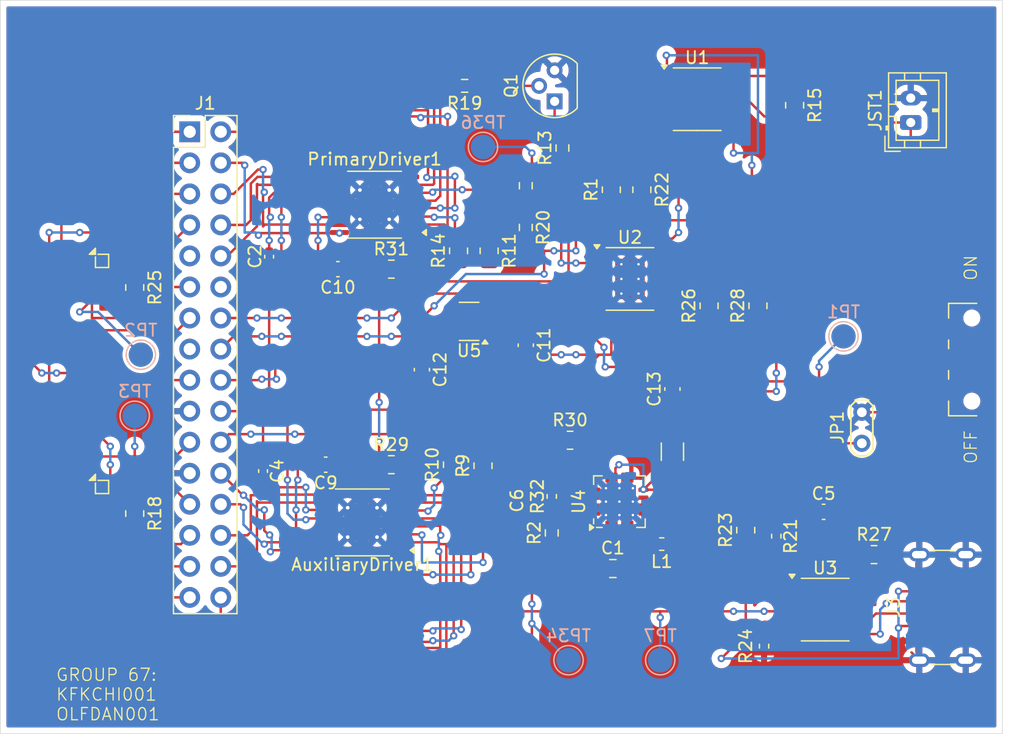
<source format=kicad_pcb>
(kicad_pcb (version 20241229) (generator "pcbnew") (generator_version "9.0")
  (layers (0 "F.Cu" signal) (2 "B.Cu" signal) (13 "F.Paste" user) (15 "B.Paste" user) (5 "F.SilkS" user "F.Silkscreen") (7 "B.SilkS" user "B.Silkscreen") (1 "F.Mask" user) (3 "B.Mask" user) (25 "Edge.Cuts" user))
  (net 0 "")
  (net 1 "MOTOR4_A_OUT")
  (net 2 "MOTOR4_CTRL2")
  (net 3 "MOTOR3_CTRL2")
  (net 4 "Net-(AuxiliaryDriver1-VCP)")
  (net 5 "5V")
  (net 6 "GND")
  (net 7 "MOTOR3_A_OUT")
  (net 8 "MOTOR3_CTRL1")
  (net 9 "Net-(AuxiliaryDriver1-BISEN)")
  (net 10 "Net-(AuxiliaryDriver1-~{SLEEP})")
  (net 11 "MOTOR4_B_OUT")
  (net 12 "MOTOR3_B_OUT")
  (net 13 "Net-(AuxiliaryDriver1-AISEN)")
  (net 14 "MOTOR4_CTRL1")
  (net 16 "Net-(AuxiliaryDriver1-VINT)")
  (net 17 "Net-(PrimaryDriver1-VCP)")
  (net 18 "Net-(U3-VBUS)")
  (net 19 "Net-(C13-Pad1)")
  (net 20 "VBAT_LOAD")
  (net 21 "Net-(PrimaryDriver1-VINT)")
  (net 22 "3V3")
  (net 23 "SWITCH")
  (net 25 "FAST_CHARGE_CTRL")
  (net 26 "MOTOR2_CTRL2")
  (net 27 "MOTOR1_CTRL2")
  (net 28 "EXT_LOAD2_OUT")
  (net 29 "MOTOR1_B_OUT")
  (net 30 "CTRL_EXT_LOAD1")
  (net 32 "MOTOR1_CTRL1")
  (net 33 "MOTOR2_CTRL1")
  (net 34 "EXT_LOAD1_OUT")
  (net 35 "MOTOR2_A_OUT")
  (net 36 "MOTOR2_B_OUT")
  (net 37 "CTRL_EXT_LOAD2")
  (net 39 "I2C1_SCL")
  (net 40 "MOTOR1_A_OUT")
  (net 41 "HV")
  (net 42 "I2C1_SDA")
  (net 43 "Net-(J3-VBUS-PadA9)")
  (net 44 "Net-(J3-CC2)")
  (net 45 "Net-(J3-CC1)")
  (net 46 "Net-(L1-Pad2)")
  (net 47 "Net-(PrimaryDriver1-~{SLEEP})")
  (net 49 "Net-(PrimaryDriver1-BISEN)")
  (net 50 "Net-(PrimaryDriver1-AISEN)")
  (net 51 "Net-(Q1-C)")
  (net 52 "Net-(Q1-B)")
  (net 53 "Net-(R2-Pad2)")
  (net 54 "Net-(U2-PROG)")
  (net 55 "Net-(R16-Pad2)")
  (net 56 "Net-(U3-VDD)")
  (net 57 "Net-(U3-DM)")
  (net 58 "Net-(U2-~{STDBY})")
  (net 59 "Net-(U3-PG)")
  (net 60 "Net-(U2-~{CHRG})")
  (net 61 "Net-(U4-FB)")
  (footprint "Capacitor_SMD:C_0402_1005Metric" (layer "F.Cu") (at 135.5 74.98 90)
    (property "Reference" "C2")
    (property "Value" "100n" (hide yes))
  )
  (footprint "Resistor_SMD:R_0805_2012Metric" (layer "F.Cu") (at 153.5 74.5 -90)
    (property "Reference" "R11")
    (property "Value" "0.2" (hide yes))
  )
  (footprint "Resistor_SMD:R_0402_1005Metric" (layer "F.Cu") (at 158.625 94.5975 90)
    (property "Reference" "R32")
    (property "Value" "1k" (hide yes))
  )
  (footprint "Resistor_SMD:R_0603_1608Metric_Pad0.98x0.95mm_HandSolder" (layer "F.Cu") (at 156.5 69.175 -90)
    (property "Reference" "R16" (hide yes))
    (property "Value" "3k" (hide yes))
  )
  (footprint "Package_SO:TSSOP-16-1EP_4.4x5mm_P0.65mm_EP3x3mm_ThermalVias" (layer "F.Cu") (at 143.125 96.725 180)
    (property "Reference" "AuxiliaryDriver1")
    (property "Value" "DRV8833PWP" (hide yes))
  )
  (footprint "Resistor_SMD:R_0402_1005Metric" (layer "F.Cu") (at 176 106.85 -90)
    (property "Reference" "R24")
    (property "Value" "1k")
  )
  (footprint "Package_TO_SOT_SMD:SOT-23-5" (layer "F.Cu") (at 151.8625 80.275 180)
    (property "Reference" "U5")
    (property "Value" "AP2112K-3.3" (hide yes))
  )
  (footprint "Resistor_SMD:R_0603_1608Metric_Pad0.98x0.95mm_HandSolder" (layer "F.Cu") (at 158.625 97.5875 90)
    (property "Reference" "R2")
    (property "Value" "30k" (hide yes))
  )
  (footprint "Package_SO:SOIC-8-1EP_3.9x4.9mm_P1.27mm_EP2.41x3.3mm_ThermalVias" (layer "F.Cu") (at 165.025 76.8)
    (property "Reference" "U2")
    (property "Value" "TP4056-42-ESOP8" (hide yes))
  )
  (footprint "Button_Switch_SMD:SW_SPDT_CK_JS102011SAQN" (layer "F.Cu") (at 193 83.4 90)
    (property "Reference" "ToggleSwitch1" (hide yes))
    (property "Value" "ON/OFF Switch" (hide yes))
  )
  (footprint "Package_TO_SOT_THT:TO-92" (layer "F.Cu") (at 158.86 62.27 90)
    (property "Reference" "Q1")
    (property "Value" "NPN" (hide yes))
  )
  (footprint "Resistor_SMD:R_0805_2012Metric" (layer "F.Cu") (at 150.5 92 90)
    (property "Reference" "R10")
    (property "Value" "0.2" (hide yes))
  )
  (footprint "Resistor_SMD:R_0805_2012Metric_Pad1.20x1.40mm_HandSolder" (layer "F.Cu") (at 166 69.5 -90)
    (property "Reference" "R22")
    (property "Value" "10k" (hide yes))
  )
  (footprint "Resistor_SMD:R_0603_1608Metric_Pad0.98x0.95mm_HandSolder" (layer "F.Cu") (at 156.5 72.5875 -90)
    (property "Reference" "R20")
    (property "Value" "3k" (hide yes))
  )
  (footprint "Resistor_SMD:R_0805_2012Metric_Pad1.20x1.40mm_HandSolder" (layer "F.Cu") (at 175.5 79 90)
    (property "Reference" "R28")
    (property "Value" "10k" (hide yes))
  )
  (footprint "Package_SO:SSOP-10-1EP_3.9x4.9mm_P1mm_EP2.1x3.3mm" (layer "F.Cu") (at 181 103.86)
    (property "Reference" "U3")
    (property "Value" "CH224K" (hide yes))
  )
  (footprint "Connector_USB:USB_C_Receptacle_GCT_USB4125-xx-x-0190_6P_TopMnt_Horizontal" (layer "F.Cu") (at 191.7 103.68 90)
    (property "Reference" "J3")
    (property "Value" "USB_C_Receptacle_PowerOnly_6P" (hide yes))
  )
  (footprint "Capacitor_SMD:C_1206_3216Metric_Pad1.33x1.80mm_HandSolder" (layer "F.Cu") (at 168.5 90.9375 90)
    (property "Reference" "C6")
    (property "Value" "10µF" (hide yes))
  )
  (footprint "Capacitor_SMD:C_0402_1005Metric" (layer "F.Cu") (at 135 92.52 -90)
    (property "Reference" "C4")
    (property "Value" "100n" (hide yes))
  )
  (footprint "Capacitor_SMD:C_0504_1310Metric_Pad0.83x1.28mm_HandSolder" (layer "F.Cu") (at 168.5 85.81 90)
    (property "Reference" "C13")
    (property "Value" "1μ" (hide yes))
  )
  (footprint "Resistor_SMD:R_0805_2012Metric_Pad1.20x1.40mm_HandSolder" (layer "F.Cu") (at 145.5 92)
    (property "Reference" "R29")
    (property "Value" "10k" (hide yes))
  )
  (footprint "Capacitor_SMD:C_0504_1310Metric_Pad0.83x1.28mm_HandSolder" (layer "F.Cu") (at 140.1275 92 180)
    (property "Reference" "C9")
    (property "Value" "1μ" (hide yes))
  )
  (footprint "Package_SO:SOIC-8-1EP_3.9x4.9mm_P1.27mm_EP2.29x3mm" (layer "F.Cu") (at 170.525 62.095)
    (property "Reference" "U1")
    (property "Value" "INA219BxD")
  )
  (footprint "Resistor_SMD:R_0603_1608Metric_Pad0.98x0.95mm_HandSolder" (layer "F.Cu") (at 159.5 66.0875 90)
    (property "Reference" "R13")
    (property "Value" "2k" (hide yes))
  )
  (footprint "Resistor_SMD:R_0805_2012Metric_Pad1.20x1.40mm_HandSolder" (layer "F.Cu") (at 185 99.36)
    (property "Reference" "R27")
    (property "Value" "10k" (hide yes))
  )
  (footprint "Capacitor_SMD:C_0504_1310Metric_Pad0.83x1.28mm_HandSolder" (layer "F.Cu") (at 141.1275 76 180)
    (property "Reference" "C10")
    (property "Value" "1μ" (hide yes))
  )
  (footprint "Connector_JST:JST_PH_B2B-PH-K_1x02_P2.00mm_Vertical" (layer "F.Cu") (at 188 64 90)
    (property "Reference" "JST1")
    (property "Value" "BatteryPins" (hide yes))
  )
  (footprint "Inductor_SMD:L_0603_1608Metric_Pad1.05x0.95mm_HandSolder" (layer "F.Cu") (at 167.625 98.5 180)
    (property "Reference" "L1")
    (property "Value" "4.7µH" (hide yes))
  )
  (footprint "Package_DFN_QFN:Texas_RSA_VQFN-16-1EP_4x4mm_P0.65mm_EP2.7x2.7mm_ThermalVias" (layer "F.Cu") (at 164.1625 95.025 90)
    (property "Reference" "U4")
    (property "Value" "TPS61090" (hide yes))
  )
  (footprint "Capacitor_SMD:C_0504_1310Metric_Pad0.83x1.28mm_HandSolder" (layer "F.Cu") (at 180.8725 95.86)
    (property "Reference" "C5")
    (property "Value" "1μ")
  )
  (footprint "Capacitor_SMD:C_0504_1310Metric_Pad0.83x1.28mm_HandSolder" (layer "F.Cu") (at 156.5 82.225 -90)
    (property "Reference" "C11")
    (property "Value" "1μ")
  )
  (footprint "Resistor_SMD:R_0805_2012Metric_Pad1.20x1.40mm_HandSolder" (layer "F.Cu") (at 124.5 77.5 -90)
    (property "Reference" "R25")
    (property "Value" "10k" (hide yes))
  )
  (footprint "TestPoint:TestPoint_2Pads_Pitch2.54mm_Drill0.8mm" (layer "F.Cu") (at 184 90.25 90)
    (property "Reference" "JP1")
    (property "Value" "Jumper_2_Open" (hide yes))
  )
  (footprint "Package_CSP:WLCSP-4_0.64x0.64mm_Layout2x2_P0.35mm" (layer "F.Cu") (at 121.825 75.325)
    (property "Reference" "LoadSwitch2" (hide yes))
    (property "Value" "AP22913CN4" (hide yes))
  )
  (footprint "Resistor_SMD:R_0603_1608Metric_Pad0.98x0.95mm_HandSolder" (layer "F.Cu") (at 151.5 61 180)
    (property "Reference" "R19")
    (property "Value" "680" (hide yes))
  )
  (footprint "Resistor_SMD:R_0805_2012Metric_Pad1.20x1.40mm_HandSolder" (layer "F.Cu") (at 174.5 97.36 90)
    (property "Reference" "R23")
    (property "Value" "10k" (hide yes))
  )
  (footprint "Resistor_SMD:R_0805_2012Metric" (layer "F.Cu") (at 153 92.0875 90)
    (property "Reference" "R9")
    (property "Value" "0.2")
  )
  (footprint "Package_SO:TSSOP-16-1EP_4.4x5mm_P0.65mm_EP3x3mm_ThermalVias" (layer "F.Cu") (at 144.125 70.725 180)
    (property "Reference" "PrimaryDriver1")
    (property "Value" "DRV8833PWP" (hide yes))
  )
  (footprint "Resistor_SMD:R_0805_2012Metric_Pad1.20x1.40mm_HandSolder" (layer "F.Cu") (at 124.5 96 -90)
    (property "Reference" "R18")
    (property "Value" "10k" (hide yes))
  )
  (footprint "Resistor_SMD:R_0805_2012Metric" (layer "F.Cu") (at 151 74.5 90)
    (property "Reference" "R14")
    (property "Value" "0.2" (hide yes))
  )
  (footprint "Connector_PinHeader_2.54mm:PinHeader_2x16_P2.54mm_Vertical" (layer "F.Cu") (at 129 64.76)
    (property "Reference" "J1")
    (property "Value" "MotherboardConnectors" (hide yes))
  )
  (footprint "Resistor_SMD:R_0805_2012Metric_Pad1.20x1.40mm_HandSolder" (layer "F.Cu") (at 163.5 69.5 90)
    (property "Reference" "R1")
    (property "Value" "10k")
  )
  (footprint "Resistor_SMD:R_0805_2012Metric_Pad1.20x1.40mm_HandSolder" (layer "F.Cu") (at 145.5 76)
    (property "Reference" "R31")
    (property "Value" "10k" (hide yes))
  )
  (footprint "Package_CSP:WLCSP-4_0.64x0.64mm_Layout2x2_P0.35mm" (layer "F.Cu") (at 121.825 93.825)
    (property "Reference" "LoadSwitch1" (hide yes))
    (property "Value" "AP22913CN4" (hide yes))
  )
  (footprint "Resistor_SMD:R_0805_2012Metric_Pad1.20x1.40mm_HandSolder" (layer "F.Cu") (at 171.5 79 90)
    (property "Reference" "R26")
    (property "Value" "10k" (hide yes))
  )
  (footprint "Capacitor_SMD:C_0805_2012Metric_Pad1.18x1.45mm_HandSolder" (layer "F.Cu") (at 163.625 100.5)
    (property "Reference" "C1")
    (property "Value" "22µF" (hide yes))
  )
  (footprint "Capacitor_SMD:C_0504_1310Metric_Pad0.83x1.28mm_HandSolder" (layer "F.Cu") (at 148 84.225 -90)
    (property "Reference" "C12")
    (property "Value" "1μ")
  )
  (footprint "Resistor_SMD:R_0805_2012Metric_Pad1.20x1.40mm_HandSolder" (layer "F.Cu") (at 160.125 90)
    (property "Reference" "R30")
    (property "Value" "10k" (hide yes))
  )
  (footprint "Resistor_SMD:R_0402_1005Metric" (layer "F.Cu") (at 177 97.85 -90)
    (property "Reference" "R21")
    (property "Value" "1k" (hide yes))
  )
  (footprint "Resistor_SMD:R_0805_2012Metric" (layer "F.Cu") (at 178.5 62.5875 -90)
    (property "Reference" "R15")
    (property "Value" "0.2" (hide yes))
  )
  (footprint "TestPoint:TestPoint_Pad_D2.0mm" (layer "B.Cu") (at 153 66 180)
    (property "Reference" "TP36")
    (property "Value" "TP_CHARGE")
  )
  (footprint "TestPoint:TestPoint_Pad_D2.0mm" (layer "B.Cu") (at 160 108 180)
    (property "Reference" "TP34")
    (property "Value" "TP_5V_OUT")
  )
  (footprint "TestPoint:TestPoint_Pad_D2.0mm" (layer "B.Cu") (at 124.5 88 180)
    (property "Reference" "TP3")
    (property "Value" "TP_LOAD1")
  )
  (footprint "TestPoint:TestPoint_Pad_D2.0mm" (layer "B.Cu") (at 167.5 108 180)
    (property "Reference" "TP7")
    (property "Value" "TP_9V")
  )
  (footprint "TestPoint:TestPoint_Pad_D2.0mm" (layer "B.Cu") (at 125 83 180)
    (property "Reference" "TP2")
    (property "Value" "TP_LOAD2")
  )
  (footprint "TestPoint:TestPoint_Pad_D2.0mm" (layer "B.Cu") (at 182.5 81.5 180)
    (property "Reference" "TP1")
    (property "Value" "TP_SWITCH")
  )
  (gr_rect (start 113.5 54) (end 195.5 114) (stroke (width 0.05)) (fill no) (layer "Edge.Cuts"))
  (gr_text "GROUP 67:\nKFKCHI001\nOLFDAN001\n" (at 118 113 0) (layer "F.SilkS") (effects (font (size 1 1) (thickness 0.1)) (justify left bottom)))
  (gr_text "ON\n" (at 193.5 77 90) (layer "F.SilkS") (effects (font (size 1 1) (thickness 0.1)) (justify left bottom)))
  (gr_text "OFF" (at 193.5 92 90) (layer "F.SilkS") (effects (font (size 1 1) (thickness 0.1)) (justify left bottom)))
  (segment (start 134.5 60) (end 126 60) (width 0.2) (layer "F.Cu") (net 1))
  (segment (start 148.9 69.1) (end 149 69) (width 0.2) (layer "F.Cu") (net 1))
  (segment (start 149 69) (end 149 62.5) (width 0.2) (layer "F.Cu") (net 1))
  (segment (start 149 62.5) (end 134.5 62.5) (width 0.2) (layer "F.Cu") (net 1))
  (segment (start 147 69.1) (end 148.9 69.1) (width 0.2) (layer "F.Cu") (net 1))
  (segment (start 126.3 67.3) (end 129 67.3) (width 0.2) (layer "F.Cu") (net 1))
  (segment (start 134.5 62.5) (end 134.5 60) (width 0.2) (layer "F.Cu") (net 1))
  (segment (start 126 67) (end 126.3 67.3) (width 0.2) (layer "F.Cu") (net 1))
  (segment (start 126 60) (end 126 67) (width 0.2) (layer "F.Cu") (net 1))
  (segment (start 134.5 72.5) (end 134.5 69.0671) (width 0.2) (layer "F.Cu") (net 2))
  (segment (start 134.53355 69.03355) (end 134.6 69.1) (width 0.2) (layer "F.Cu") (net 2))
  (segment (start 132.08 74.92) (end 134.5 72.5) (width 0.2) (layer "F.Cu") (net 2))
  (segment (start 134.5 69.0671) (end 134.53355 69.03355) (width 0.2) (layer "F.Cu") (net 2))
  (segment (start 131.54 74.92) (end 132.08 74.92) (width 0.2) (layer "F.Cu") (net 2))
  (segment (start 134.6 69.1) (end 141.25 69.1) (width 0.2) (layer "F.Cu") (net 2))
  (segment (start 133.14 95.24) (end 133.4 95.5) (width 0.2) (layer "F.Cu") (net 3))
  (segment (start 131.54 95.24) (end 133.14 95.24) (width 0.2) (layer "F.Cu") (net 3))
  (segment (start 135.25 98.35) (end 140.25 98.35) (width 0.2) (layer "F.Cu") (net 3))
  (segment (start 135.1 98.5) (end 135.25 98.35) (width 0.2) (layer "F.Cu") (net 3))
  (via (at 135.1 98.5) (size 0.6) (drill 0.3) (layers "F.Cu" "B.Cu") (net 3))
  (via (at 133.4 95.5) (size 0.6) (drill 0.3) (layers "F.Cu" "B.Cu") (net 3))
  (segment (start 133.4 96.9) (end 135 98.5) (width 0.2) (layer "B.Cu") (net 3))
  (segment (start 135 98.5) (end 135.1 98.5) (width 0.2) (layer "B.Cu") (net 3))
  (segment (start 133.4 95.5) (end 133.4 96.9) (width 0.2) (layer "B.Cu") (net 3))
  (segment (start 135.85 93.85) (end 138.5 93.85) (width 0.2) (layer "F.Cu") (net 4))
  (segment (start 135 93) (end 135.85 93.85) (width 0.2) (layer "F.Cu") (net 4))
  (segment (start 140.2 95.7) (end 140.25 95.75) (width 0.2) (layer "F.Cu") (net 4))
  (segment (start 138.5 95.7) (end 140.2 95.7) (width 0.2) (layer "F.Cu") (net 4))
  (via (at 138.5 93.85) (size 0.6) (drill 0.3) (layers "F.Cu" "B.Cu") (net 4))
  (via (at 138.5 95.7) (size 0.6) (drill 0.3) (layers "F.Cu" "B.Cu") (net 4))
  (segment (start 138.5 93.85) (end 138.5 95.7) (width 0.2) (layer "B.Cu") (net 4))
  (segment (start 136.5 73.65) (end 136.5 76.5) (width 0.2) (layer "F.Cu") (net 5))
  (segment (start 154.5 79.325) (end 153 79.325) (width 0.2) (layer "F.Cu") (net 5))
  (segment (start 157 109) (end 156.5 109.5) (width 0.2) (layer "F.Cu") (net 5))
  (segment (start 122.5 92) (end 122.5 93.15) (width 0.2) (layer "F.Cu") (net 5))
  (segment (start 122.056 73.556) (end 122.056 75.094) (width 0.2) (layer "F.Cu") (net 5))
  (segment (start 136.6 70.4) (end 136.5 70.5) (width 0.2) (layer "F.Cu") (net 5))
  (segment (start 171.5 81.5) (end 163.5 81.5) (width 0.2) (layer "F.Cu") (net 5))
  (segment (start 136.5 87.5) (end 135.5 87.5) (width 0.2) (layer "F.Cu") (net 5))
  (segment (start 118.5 109.5) (end 118 109) (width 0.2) (layer "F.Cu") (net 5))
  (segment (start 140.25 96.4) (end 138.6 96.4) (width 0.2) (layer "F.Cu") (net 5))
  (segment (start 154.5 79.325) (end 154.5 82.725) (width 0.2) (layer "F.Cu") (net 5))
  (segment (start 162.2 96) (end 160.625 96) (width 0.2) (layer "F.Cu") (net 5))
  (segment (start 163.125 98.5) (end 163.125 97.05) (width 0.2) (layer "F.Cu") (net 5))
  (segment (start 157 102) (end 156.5 102) (width 0.2) (layer "F.Cu") (net 5))
  (segment (start 158.3525 82.8525) (end 156.5 82.8525) (width 0.2) (layer "F.Cu") (net 5))
  (segment (start 175.5 80) (end 175.5 82.5) (width 0.2) (layer "F.Cu") (net 5))
  (segment (start 135 88) (end 135.5 87.5) (width 0.2) (layer "F.Cu") (net 5))
  (segment (start 141.25 70.4) (end 136.6 70.4) (width 0.2) (layer "F.Cu") (net 5))
  (segment (start 134.5 87.62) (end 131.54 87.62) (width 0.2) (layer "F.Cu") (net 5))
  (segment (start 157 105) (end 157 109) (width 0.2) (layer "F.Cu") (net 5))
  (segment (start 160.625 98.5) (end 163.125 98.5) (width 0.2) (layer "F.Cu") (net 5))
  (segment (start 136.5 70.5) (end 136.5 71.75) (width 0.2) (layer "F.Cu") (net 5))
  (segment (start 158.625 98.5) (end 160.625 98.5) (width 0.2) (layer "F.Cu") (net 5))
  (segment (start 157.125 102) (end 157 102) (width 0.2) (layer "F.Cu") (net 5))
  (segment (start 162.5 83) (end 160.5 83) (width 0.2) (layer "F.Cu") (net 5))
  (segment (start 158 87.5) (end 162.5 83) (width 0.2) (layer "F.Cu") (net 5))
  (segment (start 163.5 81.5) (end 163.5 83) (width 0.2) (layer "F.Cu") (net 5))
  (segment (start 175.5 82.5) (end 175 83) (width 0.2) (layer "F.Cu") (net 5))
  (segment (start 156.5 102) (end 156.5 87.5) (width 0.2) (layer "F.Cu") (net 5))
  (segment (start 135.5 87.5) (end 135.38 87.62) (width 0.2) (layer "F.Cu") (net 5))
  (segment (start 163.125 97.05) (end 163.1875 96.9875) (width 0.2) (layer "F.Cu") (net 5))
  (segment (start 163.5 79.655) (end 163.5 81.5) (width 0.2) (layer "F.Cu") (net 5))
  (segment (start 118 109) (end 117.5 108.5) (width 0.2) (layer "F.Cu") (net 5))
  (segment (start 158.5 83) (end 158.3525 82.8525) (width 0.2) (layer "F.Cu") (net 5))
  (segment (start 162.55 78.705) (end 163.5 79.655) (width 0.2) (layer "F.Cu") (net 5))
  (segment (start 137 93.25) (end 137 88) (width 0.2) (layer "F.Cu") (net 5))
  (segment (start 117.5 89.5) (end 117.5 73) (width 0.2) (layer "F.Cu") (net 5))
  (segment (start 162.5875 100.5) (end 160.625 100.5) (width 0.2) (layer "F.Cu") (net 5))
  (segment (start 156.5 87.5) (end 136.5 87.5) (width 0.2) (layer "F.Cu") (net 5))
  (segment (start 122 73.5) (end 122.056 73.556) (width 0.2) (layer "F.Cu") (net 5))
  (segment (start 135.5 75.46) (end 135.5 76.5) (width 0.2) (layer "F.Cu") (net 5))
  (segment (start 175 83) (end 163.5 83) (width 0.2) (layer "F.Cu") (net 5))
  (segment (start 156.5 87.5) (end 158 87.5) (width 0.2) (layer "F.Cu") (net 5))
  (segment (start 136.5 76.5) (end 135.5 76.5) (width 0.2) (layer "F.Cu") (net 5))
  (segment (start 137 88) (end 136.5 87.5) (width 0.2) (layer "F.Cu") (net 5))
  (segment (start 162.2 95.35) (end 160.775 95.35) (width 0.2) (layer "F.Cu") (net 5))
  (segment (start 156.5 109.5) (end 118.5 109.5) (width 0.2) (layer "F.Cu") (net 5))
  (segment (start 135 92.04) (end 135 88) (width 0.2) (layer "F.Cu") (net 5))
  (segment (start 121.5 89.5) (end 122.5 90.5) (width 0.2) (layer "F.Cu") (net 5))
  (segment (start 171.5 80) (end 171.5 81.5) (width 0.2) (layer "F.Cu") (net 5))
  (segment (start 154.5 82.725) (end 154.6275 82.8525) (width 0.2) (layer "F.Cu") (net 5))
  (segment (start 117.5 89.5) (end 121.5 89.5) (width 0.2) (layer "F.Cu") (net 5))
  (segment (start 153 81.225) (end 154.5 82.725) (width 0.2) (layer "F.Cu") (net 5))
  (segment (start 160.625 96) (end 160.625 98.5) (width 0.2) (layer "F.Cu") (net 5))
  (segment (start 122.5 93.15) (end 122.056 93.594) (width 0.2) (layer "F.Cu") (net 5))
  (segment (start 122 73) (end 122 73.5) (width 0.2) (layer "F.Cu") (net 5))
  (segment (start 159.4 83) (end 158.5 83) (width 0.2) (layer "F.Cu") (net 5))
  (segment (start 163.5 83) (end 162.5 83) (width 0.2) (layer "F.Cu") (net 5))
  (segment (start 135.38 87.62) (end 134.5 87.62) (width 0.2) (layer "F.Cu") (net 5))
  (segment (start 154.6275 82.8525) (end 156.5 82.8525) (width 0.2) (layer "F.Cu") (net 5))
  (segment (start 120 73) (end 122 73) (width 0.2) (layer "F.Cu") (net 5))
  (segment (start 160.625 98.5) (end 157.125 102) (width 0.2) (layer "F.Cu") (net 5))
  (segment (start 117.5 108.5) (end 117.5 89.5) (width 0.2) (layer "F.Cu") (net 5))
  (segment (start 160.625 100.5) (end 160.625 98.5) (width 0.2) (layer "F.Cu") (net 5))
  (segment (start 135.5 76.5) (end 135.5 87.5) (width 0.2) (layer "F.Cu") (net 5))
  (segment (start 138.6 96.4) (end 138.5 96.5) (width 0.2) (layer "F.Cu") (net 5))
  (segment (start 160.5 83) (end 160.6 83) (width 0.2) (layer "F.Cu") (net 5))
  (segment (start 160.625 95.5) (end 160.625 96) (width 0.2) (layer "F.Cu") (net 5))
  (segment (start 160.775 95.35) (end 160.625 95.5) (width 0.2) (layer "F.Cu") (net 5))
  (segment (start 157 102) (end 157 103.4) (width 0.2) (layer "F.Cu") (net 5))
  (via (at 137 93.25) (size 0.6) (drill 0.3) (layers "F.Cu" "B.Cu") (net 5))
  (via (at 122.5 92) (size 0.6) (drill 0.3) (layers "F.Cu" "B.Cu") (net 5))
  (via (at 136.5 73.65) (size 0.6) (drill 0.3) (layers "F.Cu" "B.Cu") (net 5))
  (via (at 136.5 71.75) (size 0.6) (drill 0.3) (layers "F.Cu" "B.Cu") (net 5))
  (via (at 120 73) (size 0.6) (drill 0.3) (layers "F.Cu" "B.Cu") (net 5))
  (via (at 157 105) (size 0.6) (drill 0.3) (layers "F.Cu" "B.Cu") (net 5))
  (via (at 122.5 90.5) (size 0.6) (drill 0.3) (layers "F.Cu" "B.Cu") (net 5))
  (via (at 159.4 83) (size 0.6) (drill 0.3) (layers "F.Cu" "B.Cu") (net 5))
  (via (at 138.5 96.5) (size 0.6) (drill 0.3) (layers "F.Cu" "B.Cu") (net 5))
  (via (at 157 103.4) (size 0.6) (drill 0.3) (layers "F.Cu" "B.Cu") (net 5))
  (via (at 117.5 73) (size 0.6) (drill 0.3) (layers "F.Cu" "B.Cu") (net 5))
  (via (at 160.6 83) (size 0.6) (drill 0.3) (layers "F.Cu" "B.Cu") (net 5))
  (segment (start 137.5 96.5) (end 137 96) (width 0.2) (layer "B.Cu") (net 5))
  (segment (start 160 108) (end 157 105) (width 0.2) (layer "B.Cu") (net 5))
  (segment (start 157 103.4) (end 157 105) (width 0.2) (layer "B.Cu") (net 5))
  (segment (start 122.5 90.5) (end 122.5 92) (width 0.2) (layer "B.Cu") (net 5))
  (segment (start 160.6 83) (end 159.4 83) (width 0.2) (layer "B.Cu") (net 5))
  (segment (start 137 96) (end 137 93.25) (width 0.2) (layer "B.Cu") (net 5))
  (segment (start 136.5 71.75) (end 136.5 73.65) (width 0.2) (layer "B.Cu") (net 5))
  (segment (start 117.5 73) (end 120 73) (width 0.2) (layer "B.Cu") (net 5))
  (segment (start 138.5 96.5) (end 137.5 96.5) (width 0.2) (layer "B.Cu") (net 5))
  (segment (start 161.125 94) (end 162.15 94) (width 0.2) (layer "F.Cu") (net 6))
  (segment (start 190 88) (end 190.25 87.75) (width 0.2) (layer "F.Cu") (net 6))
  (segment (start 143.8 71.05) (end 144.125 70.725) (width 0.2) (layer "F.Cu") (net 6))
  (segment (start 189.71 87.71) (end 190 88) (width 0.2) (layer "F.Cu") (net 6))
  (segment (start 188.06 107.36) (end 188.7 108) (width 0.2) (layer "F.Cu") (net 6))
  (segment (start 124.5 78.5) (end 121.5 78.5) (width 0.2) (layer "F.Cu") (net 6))
  (segment (start 121.5 94.15) (end 121.594 94.056) (width 0.2) (layer "F.Cu") (net 6))
  (segment (start 121.5 97) (end 121.5 94.15) (width 0.2) (layer "F.Cu") (net 6))
  (segment (start 181.5 103.36) (end 181 103.86) (width 0.2) (layer "F.Cu") (net 6))
  (segment (start 121.5 78.5) (end 121.5 75.65) (width 0.2) (layer "F.Cu") (net 6))
  (segment (start 161.125 90.5) (end 161.125 94) (width 0.2) (layer "F.Cu") (net 6))
  (segment (start 168.5 98.375) (end 166.125 96) (width 0.2) (layer "F.Cu") (net 6))
  (segment (start 190.25 87.75) (end 190.25 85.9) (width 0.2) (layer "F.Cu") (net 6))
  (segment (start 124.5 97) (end 121.5 97) (width 0.2) (layer "F.Cu") (net 6))
  (segment (start 142.8 97.05) (end 143.125 96.725) (width 0.2) (layer "F.Cu") (net 6))
  (segment (start 184 87.71) (end 189.71 87.71) (width 0.2) (layer "F.Cu") (net 6))
  (segment (start 162.15 94) (end 162.2 94.05) (width 0.2) (layer "F.Cu") (net 6))
  (segment (start 121.5 75.65) (end 121.594 75.556) (width 0.2) (layer "F.Cu") (net 6))
  (segment (start 149.35 98.35) (end 146 98.35) (width 0.2) (layer "F.Cu") (net 7))
  (segment (start 128.28 98.5) (end 124.5 98.5) (width 0.2) (layer "F.Cu") (net 7))
  (segment (start 149.5 98.5) (end 149.35 98.35) (width 0.2) (layer "F.Cu") (net 7))
  (segment (start 129 97.78) (end 128.28 98.5) (width 0.2) (layer "F.Cu") (net 7))
  (segment (start 150 107.5) (end 150 98.5) (width 0.2) (layer "F.Cu") (net 7))
  (segment (start 124.5 98.5) (end 124.5 107.5) (width 0.2) (layer "F.Cu") (net 7))
  (segment (start 124.5 107.5) (end 150 107.5) (width 0.2) (layer "F.Cu") (net 7))
  (segment (start 150 98.5) (end 149.5 98.5) (width 0.2) (layer "F.Cu") (net 7))
  (segment (start 135.462712 97.75) (end 135.537288 97.75) (width 0.2) (layer "F.Cu") (net 8))
  (segment (start 135.1 95.7) (end 135.1 97.387288) (width 0.2) (layer "F.Cu") (net 8))
  (segment (start 135.599758 99.124697) (end 135.724455 99) (width 0.2) (layer "F.Cu") (net 8))
  (segment (start 135.1 97.387288) (end 135.462712 97.75) (width 0.2) (layer "F.Cu") (net 8))
  (segment (start 135.724455 99) (end 140.25 99) (width 0.2) (layer "F.Cu") (net 8))
  (segment (start 131.54 92.7) (end 133.34 94.5) (width 0.2) (layer "F.Cu") (net 8))
  (segment (start 133.34 94.5) (end 133.4 94.5) (width 0.2) (layer "F.Cu") (net 8))
  (via (at 135.599758 99.124697) (size 0.6) (drill 0.3) (layers "F.Cu" "B.Cu") (net 8))
  (via (at 135.537288 97.75) (size 0.6) (drill 0.3) (layers "F.Cu" "B.Cu") (net 8))
  (via (at 135.1 95.7) (size 0.6) (drill 0.3) (layers "F.Cu" "B.Cu") (net 8))
  (via (at 133.4 94.5) (size 0.6) (drill 0.3) (layers "F.Cu" "B.Cu") (net 8))
  (segment (start 135.701 99.023455) (end 135.599758 99.124697) (width 0.2) (layer "B.Cu") (net 8))
  (segment (start 133.4 94.5) (end 134.6 95.7) (width 0.2) (layer "B.Cu") (net 8))
  (segment (start 135.701 97.913712) (end 135.701 99.023455) (width 0.2) (layer "B.Cu") (net 8))
  (segment (start 134.6 95.7) (end 135.1 95.7) (width 0.2) (layer "B.Cu") (net 8))
  (segment (start 135.537288 97.75) (end 135.701 97.913712) (width 0.2) (layer "B.Cu") (net 8))
  (segment (start 148.45 95.75) (end 146 95.75) (width 0.2) (layer "F.Cu") (net 9))
  (segment (start 150.5 92.9125) (end 149.9875 92.9125) (width 0.2) (layer "F.Cu") (net 9))
  (segment (start 149.9875 92.9125) (end 149 93.9) (width 0.2) (layer "F.Cu") (net 9))
  (segment (start 148.5 95.8) (end 148.45 95.75) (width 0.2) (layer "F.Cu") (net 9))
  (via (at 149 93.9) (size 0.6) (drill 0.3) (layers "F.Cu" "B.Cu") (net 9))
  (via (at 148.5 95.8) (size 0.6) (drill 0.3) (layers "F.Cu" "B.Cu") (net 9))
  (segment (start 149 93.9) (end 149 95.3) (width 0.2) (layer "B.Cu") (net 9))
  (segment (start 149 95.3) (end 148.5 95.8) (width 0.2) (layer "B.Cu") (net 9))
  (segment (start 146 99) (end 146 101) (width 0.2) (layer "F.Cu") (net 10))
  (segment (start 152 95.4329) (end 152 101) (width 0.2) (layer "F.Cu") (net 10))
  (segment (start 146.5 93) (end 148 94.5) (width 0.2) (layer "F.Cu") (net 10))
  (segment (start 146 101) (end 148.9 101) (width 0.2) (layer "F.Cu") (net 10))
  (segment (start 146.5 92) (end 146.5 93) (width 0.2) (layer "F.Cu") (net 10))
  (segment (start 148 94.5) (end 151.0671 94.5) (width 0.2) (layer "F.Cu") (net 10))
  (segment (start 151.0671 94.5) (end 152 95.4329) (width 0.2) (layer "F.Cu") (net 10))
  (via (at 152 101) (size 0.6) (drill 0.3) (layers "F.Cu" "B.Cu") (net 10))
  (via (at 148.9 101) (size 0.6) (drill 0.3) (layers "F.Cu" "B.Cu") (net 10))
  (segment (start 152 101) (end 148.9 101) (width 0.2) (layer "B.Cu") (net 10))
  (segment (start 149.5 70) (end 149.5 62) (width 0.2) (layer "F.Cu") (net 11))
  (segment (start 149.5 62) (end 135 62) (width 0.2) (layer "F.Cu") (net 11))
  (segment (start 135 59.5) (end 125.5 59.5) (width 0.2) (layer "F.Cu") (net 11))
  (segment (start 125.5 69.5) (end 125.84 69.84) (width 0.2) (layer "F.Cu") (net 11))
  (segment (start 125.84 69.84) (end 129 69.84) (width 0.2) (layer "F.Cu") (net 11))
  (segment (start 147 70.4) (end 149.1 70.4) (width 0.2) (layer "F.Cu") (net 11))
  (segment (start 149.1 70.4) (end 149.5 70) (width 0.2) (layer "F.Cu") (net 11))
  (segment (start 135 62) (end 135 59.5) (width 0.2) (layer "F.Cu") (net 11))
  (segment (start 125.5 59.5) (end 125.5 69.5) (width 0.2) (layer "F.Cu") (net 11))
  (segment (start 149.5 97) (end 149 97) (width 0.2) (layer "F.Cu") (net 12))
  (segment (start 149.5 99.206019) (end 149.38233 99.088349) (width 0.2) (layer "F.Cu") (net 12))
  (segment (start 149.5 97.741053) (end 149.5 97) (width 0.2) (layer "F.Cu") (net 12))
  (segment (start 129 100.32) (end 125.18 100.32) (width 0.2) (layer "F.Cu") (net 12))
  (segment (start 148.95 97.05) (end 146 97.05) (width 0.2) (layer "F.Cu") (net 12))
  (segment (start 149 97) (end 148.95 97.05) (width 0.2) (layer "F.Cu") (net 12))
  (segment (start 125 100.5) (end 125 107) (width 0.2) (layer "F.Cu") (net 12))
  (segment (start 149.5 107) (end 149.5 99.206019) (width 0.2) (layer "F.Cu") (net 12))
  (segment (start 125 107) (end 149.5 107) (width 0.2) (layer "F.Cu") (net 12))
  (segment (start 149.539737 97.78079) (end 149.5 97.741053) (width 0.2) (layer "F.Cu") (net 12))
  (segment (start 125.18 100.32) (end 125 100.5) (width 0.2) (layer "F.Cu") (net 12))
  (via (at 149.539737 97.78079) (size 0.6) (drill 0.3) (layers "F.Cu" "B.Cu") (net 12))
  (via (at 149.38233 99.088349) (size 0.6) (drill 0.3) (layers "F.Cu" "B.Cu") (net 12))
  (segment (start 149.38233 97.938197) (end 149.539737 97.78079) (width 0.2) (layer "B.Cu") (net 12))
  (segment (start 149.38233 99.088349) (end 149.38233 97.938197) (width 0.2) (layer "B.Cu") (net 12))
  (segment (start 153 93) (end 153 100) (width 0.2) (layer "F.Cu") (net 13))
  (segment (start 147.95 97.7) (end 146 97.7) (width 0.2) (layer "F.Cu") (net 13))
  (segment (start 148 97.75) (end 147.95 97.7) (width 0.2) (layer "F.Cu") (net 13))
  (via (at 148 97.75) (size 0.6) (drill 0.3) (layers "F.Cu" "B.Cu") (net 13))
  (via (at 153 100) (size 0.6) (drill 0.3) (layers "F.Cu" "B.Cu") (net 13))
  (segment (start 153 100) (end 148 100) (width 0.2) (layer "B.Cu") (net 13))
  (segment (start 148 100) (end 148 97.75) (width 0.2) (layer "B.Cu") (net 13))
  (segment (start 134 72) (end 134 69) (width 0.2) (layer "F.Cu") (net 14))
  (segment (start 133.62 72.38) (end 134 72) (width 0.2) (layer "F.Cu") (net 14))
  (segment (start 134.55 68.45) (end 141.25 68.45) (width 0.2) (layer "F.Cu") (net 14))
  (segment (start 131.54 72.38) (end 133.62 72.38) (width 0.2) (layer "F.Cu") (net 14))
  (segment (start 134 69) (end 134.55 68.45) (width 0.2) (layer "F.Cu") (net 14))
  (segment (start 140.25 97.7) (end 138.2 97.7) (width 0.2) (layer "F.Cu") (net 16))
  (segment (start 137.844612 93.25) (end 137.844612 92.155388) (width 0.2) (layer "F.Cu") (net 16))
  (segment (start 137.699997 97.199997) (end 137.699997 95.7) (width 0.2) (layer "F.Cu") (net 16))
  (segment (start 138.2 97.7) (end 138 97.5) (width 0.2) (layer "F.Cu") (net 16))
  (segment (start 137.844612 92.155388) (end 138 92) (width 0.2) (layer "F.Cu") (net 16))
  (segment (start 138 92) (end 139.5 92) (width 0.2) (layer "F.Cu") (net 16))
  (segment (start 138 97.5) (end 137.699997 97.199997) (width 0.2) (layer "F.Cu") (net 16))
  (via (at 137.699997 95.7) (size 0.6) (drill 0.3) (layers "F.Cu" "B.Cu") (net 16))
  (via (at 137.844612 93.25) (size 0.6) (drill 0.3) (layers "F.Cu" "B.Cu") (net 16))
  (segment (start 137.699997 95.7) (end 137.699997 93.300003) (width 0.2) (layer "B.Cu") (net 16))
  (segment (start 137.699997 93.300003) (end 137.75 93.25) (width 0.2) (layer "B.Cu") (net 16))
  (segment (start 137.75 93.25) (end 137.844612 93.25) (width 0.2) (layer "B.Cu") (net 16))
  (segment (start 135.6 71.75) (end 135.5 71.65) (width 0.2) (layer "F.Cu") (net 17))
  (segment (start 135.5 70.149943) (end 135.899943 69.75) (width 0.2) (layer "F.Cu") (net 17))
  (segment (start 135.899943 69.75) (end 141.25 69.75) (width 0.2) (layer "F.Cu") (net 17))
  (segment (start 135.5 74.5) (end 135.5 73.65) (width 0.2) (layer "F.Cu") (net 17))
  (segment (start 135.5 71.65) (end 135.5 70.149943) (width 0.2) (layer "F.Cu") (net 17))
  (via (at 135.6 71.75) (size 0.6) (drill 0.3) (layers "F.Cu" "B.Cu") (net 17))
  (via (at 135.5 73.65) (size 0.6) (drill 0.3) (layers "F.Cu" "B.Cu") (net 17))
  (segment (start 135.5 71.85) (end 135.6 71.75) (width 0.2) (layer "B.Cu") (net 17))
  (segment (start 135.5 73.65) (end 135.5 71.85) (width 0.2) (layer "B.Cu") (net 17))
  (segment (start 179.745 96.36) (end 180.245 95.86) (width 0.2) (layer "F.Cu") (net 18))
  (segment (start 174.5 96.36) (end 177 96.36) (width 0.2) (layer "F.Cu") (net 18))
  (segment (start 177 96.36) (end 179.745 96.36) (width 0.2) (layer "F.Cu") (net 18))
  (segment (start 177 97.34) (end 177 96.36) (width 0.2) (layer "F.Cu") (net 18))
  (segment (start 168.5 86.4375) (end 168.5 89.375) (width 0.2) (layer "F.Cu") (net 19))
  (segment (start 167.675 92.5) (end 166.125 94.05) (width 0.2) (layer "F.Cu") (net 20))
  (segment (start 176.014999 63.5) (end 176 63.485001) (width 0.2) (layer "F.Cu") (net 20))
  (segment (start 169.95 94.05) (end 166.125 94.05) (width 0.2) (layer "F.Cu") (net 20))
  (segment (start 177 86) (end 171 86) (width 0.2) (layer "F.Cu") (net 20))
  (segment (start 168.5 92.5) (end 167.675 92.5) (width 0.2) (layer "F.Cu") (net 20))
  (segment (start 178.5 63.5) (end 177 65) (width 0.2) (layer "F.Cu") (net 20))
  (segment (start 170 94) (end 169.95 94.05) (width 0.2) (layer "F.Cu") (net 20))
  (segment (start 171 86) (end 170.5 86.5) (width 0.2) (layer "F.Cu") (net 20))
  (segment (start 176 63.485001) (end 173.974999 61.46) (width 0.2) (layer "F.Cu") (net 20))
  (segment (start 163.8375 93.0625) (end 163.8375 92.2875) (width 0.2) (layer "F.Cu") (net 20))
  (segment (start 170.5 94) (end 170 94) (width 0.2) (layer "F.Cu") (net 20))
  (segment (start 177 65) (end 177 84.5) (width 0.2) (layer "F.Cu") (net 20))
  (segment (start 170.5 86.5) (end 170.5 94) (width 0.2) (layer "F.Cu") (net 20))
  (segment (start 178.5 63.5) (end 176.014999 63.5) (width 0.2) (layer "F.Cu") (net 20))
  (segment (start 163.8375 92.2875) (end 164.125 92) (width 0.2) (layer "F.Cu") (net 20))
  (segment (start 173.974999 61.46) (end 173 61.46) (width 0.2) (layer "F.Cu") (net 20))
  (via (at 177 86) (size 0.6) (drill 0.3) (layers "F.Cu" "B.Cu") (net 20))
  (via (at 164.125 92) (size 0.6) (drill 0.3) (layers "F.Cu" "B.Cu") (net 20))
  (via (at 166.125 94.025) (size 0.6) (drill 0.3) (layers "F.Cu" "B.Cu") (net 20))
  (via (at 177 84.5) (size 0.6) (drill 0.3) (layers "F.Cu" "B.Cu") (net 20))
  (segment (start 166.125 92) (end 166.125 94.025) (width 0.2) (layer "B.Cu") (net 20))
  (segment (start 164.125 92) (end 166.125 92) (width 0.2) (layer "B.Cu") (net 20))
  (segment (start 177 84.5) (end 177 86) (width 0.2) (layer "B.Cu") (net 20))
  (segment (start 141.2 71.75) (end 141.25 71.7) (width 0.2) (layer "F.Cu") (net 21))
  (segment (start 139.5 71.75) (end 141.2 71.75) (width 0.2) (layer "F.Cu") (net 21))
  (segment (start 140.5 76) (end 139.5 76) (width 0.2) (layer "F.Cu") (net 21))
  (segment (start 139.5 76) (end 139.5 73.65) (width 0.2) (layer "F.Cu") (net 21))
  (via (at 139.5 73.65) (size 0.6) (drill 0.3) (layers "F.Cu" "B.Cu") (net 21))
  (via (at 139.5 71.75) (size 0.6) (drill 0.3) (layers "F.Cu" "B.Cu") (net 21))
  (segment (start 139.5 73.65) (end 139.5 71.75) (width 0.2) (layer "B.Cu") (net 21))
  (segment (start 168 72) (end 166 72) (width 0.2) (layer "F.Cu") (net 22))
  (segment (start 166 72) (end 163.5 72) (width 0.2) (layer "F.Cu") (net 22))
  (segment (start 145.5 77) (end 144.5 78) (width 0.2) (layer "F.Cu") (net 22))
  (segment (start 168.05 60.19) (end 168.05 58.55) (width 0.2) (layer "F.Cu") (net 22))
  (segment (start 168.05 58.55) (end 168 58.5) (width 0.2) (layer "F.Cu") (net 22))
  (segment (start 173.5 64.5) (end 173.5 66.5) (width 0.2) (layer "F.Cu") (net 22))
  (segment (start 144.5 86.9) (end 144.5 82.54875) (width 0.2) (layer "F.Cu") (net 22))
  (segment (start 144.5 78) (end 144.5 82.54875) (width 0.2) (layer "F.Cu") (net 22))
  (segment (start 136 84.9) (end 136.1 85) (width 0.2) (layer "F.Cu") (net 22))
  (segment (start 160 77) (end 145.5 77) (width 0.2) (layer "F.Cu") (net 22))
  (segment (start 163.5 72) (end 161 72) (width 0.2) (layer "F.Cu") (net 22))
  (segment (start 170.5 72) (end 168 72) (width 0.2) (layer "F.Cu") (net 22))
  (segment (start 166 70.5) (end 166 72) (width 0.2) (layer "F.Cu") (net 22))
  (segment (start 144.5 76) (end 144.5 78) (width 0.2) (layer "F.Cu") (net 22))
  (segment (start 144.5 82.54875) (end 136.45125 82.54875) (width 0.2) (layer "F.Cu") (net 22))
  (segment (start 134.9 85) (end 134.82 85.08) (width 0.2) (layer "F.Cu") (net 22))
  (segment (start 144.5 92) (end 144.5 90.1) (width 0.2) (layer "F.Cu") (net 22))
  (segment (start 149.04875 82.54875) (end 150.3725 81.225) (width 0.2) (layer "F.Cu") (net 22))
  (segment (start 175 72) (end 170.5 72) (width 0.2) (layer "F.Cu") (net 22))
  (segment (start 149.04875 82.54875) (end 144.5 82.54875) (width 0.2) (layer "F.Cu") (net 22))
  (segment (start 175 67.5) (end 175 72) (width 0.2) (layer "F.Cu") (net 22))
  (segment (start 161 72) (end 160 73) (width 0.2) (layer "F.Cu") (net 22))
  (segment (start 160 73) (end 160 77) (width 0.2) (layer "F.Cu") (net 22))
  (segment (start 173 64) (end 173.5 64.5) (width 0.2) (layer "F.Cu") (net 22))
  (segment (start 136 83) (end 136 84.9) (width 0.2) (layer "F.Cu") (net 22))
  (segment (start 163.5 70.5) (end 163.5 72) (width 0.2) (layer "F.Cu") (net 22))
  (segment (start 148 83.5975) (end 149.04875 82.54875) (width 0.2) (layer "F.Cu") (net 22))
  (segment (start 150.3725 81.225) (end 150.725 81.225) (width 0.2) (layer "F.Cu") (net 22))
  (segment (start 136.45125 82.54875) (end 136 83) (width 0.2) (layer "F.Cu") (net 22))
  (segment (start 134.82 85.08) (end 131.54 85.08) (width 0.2) (layer "F.Cu") (net 22))
  (via (at 136.1 85) (size 0.6) (drill 0.3) (layers "F.Cu" "B.Cu") (net 22))
  (via (at 168 58.5) (size 0.6) (drill 0.3) (layers "F.Cu" "B.Cu") (net 22))
  (via (at 144.5 86.9) (size 0.6) (drill 0.3) (layers "F.Cu" "B.Cu") (net 22))
  (via (at 134.9 85) (size 0.6) (drill 0.3) (layers "F.Cu" "B.Cu") (net 22))
  (via (at 173.5 66.5) (size 0.6) (drill 0.3) (layers "F.Cu" "B.Cu") (net 22))
  (via (at 175 67.5) (size 0.6) (drill 0.3) (layers "F.Cu" "B.Cu") (net 22))
  (via (at 144.5 90.1) (size 0.6) (drill 0.3) (layers "F.Cu" "B.Cu") (net 22))
  (segment (start 175 66.5) (end 173.5 66.5) (width 0.2) (layer "B.Cu") (net 22))
  (segment (start 136.1 85) (end 134.9 85) (width 0.2) (layer "B.Cu") (net 22))
  (segment (start 175 66.5) (end 175 67.5) (width 0.2) (layer "B.Cu") (net 22))
  (segment (start 144.5 90.1) (end 144.5 86.9) (width 0.2) (layer "B.Cu") (net 22))
  (segment (start 168 58.5) (end 175.5 58.5) (width 0.2) (layer "B.Cu") (net 22))
  (segment (start 175.5 66.5) (end 175 66.5) (width 0.2) (layer "B.Cu") (net 22))
  (segment (start 175.5 58.5) (end 175.5 66.5) (width 0.2) (layer "B.Cu") (net 22))
  (segment (start 160 78) (end 160.5 78.5) (width 0.2) (layer "F.Cu") (net 23))
  (segment (start 146.5 79) (end 146.5 78) (width 0.2) (layer "F.Cu") (net 23))
  (segment (start 188 77) (end 188 64) (width 0.2) (layer "F.Cu") (net 23))
  (segment (start 186.5 85.1825) (end 188.4675 85.1825) (width 0.2) (layer "F.Cu") (net 23))
  (segment (start 145.5 80) (end 146.5 79) (width 0.2) (layer "F.Cu") (net 23))
  (segment (start 163 84) (end 173.8175 84) (width 0.2) (layer "F.Cu") (net 23))
  (segment (start 188 64) (end 184.5 64) (width 0.2) (layer "F.Cu") (net 23))
  (segment (start 160.5 78.5) (end 160.5 80) (width 0.2) (layer "F.Cu") (net 23))
  (segment (start 180.5 85.1825) (end 186.5 85.1825) (width 0.2) (layer "F.Cu") (net 23))
  (segment (start 178.5 60.19) (end 173 60.19) (width 0.2) (layer "F.Cu") (net 23))
  (segment (start 188 77) (end 186.5 78.5) (width 0.2) (layer "F.Cu") (net 23))
  (segment (start 182 61.5) (end 181.825 61.675) (width 0.2) (layer "F.Cu") (net 23))
  (segment (start 175 85.1825) (end 180.5 85.1825) (width 0.2) (layer "F.Cu") (net 23))
  (segment (start 173.8175 84) (end 175 85.1825) (width 0.2) (layer "F.Cu") (net 23))
  (segment (start 186.5 78.5) (end 186.5 85.1825) (width 0.2) (layer "F.Cu") (net 23))
  (segment (start 190.25 80.9) (end 188 78.65) (width 0.2) (layer "F.Cu") (net 23))
  (segment (start 131.54 80) (end 134.5 80) (width 0.2) (layer "F.Cu") (net 23))
  (segment (start 180.5 84) (end 180.5 85.1825) (width 0.2) (layer "F.Cu") (net 23))
  (segment (start 184.5 64) (end 182 61.5) (width 0.2) (layer "F.Cu") (net 23))
  (segment (start 136.5 80) (end 143.5 80) (width 0.2) (layer "F.Cu") (net 23))
  (segment (start 188 78.65) (end 188 77) (width 0.2) (layer "F.Cu") (net 23))
  (segment (start 181.825 61.675) (end 178.5 61.675) (width 0.2) (layer "F.Cu") (net 23))
  (segment (start 188.4675 85.1825) (end 190.25 83.4) (width 0.2) (layer "F.Cu") (net 23))
  (segment (start 160.5 80) (end 162.9 82.4) (width 0.2) (layer "F.Cu") (net 23))
  (segment (start 168.5 85.1825) (end 175 85.1825) (width 0.2) (layer "F.Cu") (net 23))
  (segment (start 146.5 78) (end 160 78) (width 0.2) (layer "F.Cu") (net 23))
  (segment (start 178.5 60.19) (end 178.5 61.675) (width 0.2) (layer "F.Cu") (net 23))
  (via (at 145.5 80) (size 0.6) (drill 0.3) (layers "F.Cu" "B.Cu") (net 23))
  (via (at 180.5 84) (size 0.6) (drill 0.3) (layers "F.Cu" "B.Cu") (net 23))
  (via (at 136.5 80) (size 0.6) (drill 0.3) (layers "F.Cu" "B.Cu") (net 23))
  (via (at 143.5 80) (size 0.6) (drill 0.3) (layers "F.Cu" "B.Cu") (net 23))
  (via (at 134.5 80) (size 0.6) (drill 0.3) (layers "F.Cu" "B.Cu") (net 23))
  (via (at 163 84) (size 0.6) (drill 0.3) (layers "F.Cu" "B.Cu") (net 23))
  (via (at 162.9 82.4) (size 0.6) (drill 0.3) (layers "F.Cu" "B.Cu") (net 23))
  (segment (start 162.9 83.9) (end 163 84) (width 0.2) (layer "B.Cu") (net 23))
  (segment (start 180.5 83.5) (end 180.5 84) (width 0.2) (layer "B.Cu") (net 23))
  (segment (start 182.5 81.5) (end 180.5 83.5) (width 0.2) (layer "B.Cu") (net 23))
  (segment (start 134.5 80) (end 136.5 80) (width 0.2) (layer "B.Cu") (net 23))
  (segment (start 162.9 82.4) (end 162.9 83.9) (width 0.2) (layer "B.Cu") (net 23))
  (segment (start 143.5 80) (end 145.5 80) (width 0.2) (layer "B.Cu") (net 23))
  (segment (start 135.5 61) (end 135.5 59) (width 0.2) (layer "F.Cu") (net 25))
  (segment (start 118.5 81) (end 128 81) (width 0.2) (layer "F.Cu") (net 25))
  (segment (start 150.5875 61) (end 135.5 61) (width 0.2) (layer "F.Cu") (net 25))
  (segment (start 128 81) (end 129 80) (width 0.2) (layer "F.Cu") (net 25))
  (segment (start 135.5 59) (end 118.5 59) (width 0.2) (layer "F.Cu") (net 25))
  (segment (start 118.5 59) (end 118.5 81) (width 0.2) (layer "F.Cu") (net 25))
  (segment (start 131.54 69.84) (end 132.5929 69.84) (width 0.2) (layer "F.Cu") (net 26))
  (segment (start 135 72.5) (end 135.15 72.35) (width 0.2) (layer "F.Cu") (net 26))
  (segment (start 132.5929 69.84) (end 134.5829 67.85) (width 0.2) (layer "F.Cu") (net 26))
  (segment (start 135.15 72.35) (end 141.25 72.35) (width 0.2) (layer "F.Cu") (net 26))
  (segment (start 135 69.8) (end 135 72.5) (width 0.2) (layer "F.Cu") (net 26))
  (segment (start 135.1 69.7) (end 135 69.8) (width 0.2) (layer "F.Cu") (net 26))
  (segment (start 134.5829 67.85) (end 135 67.85) (width 0.2) (layer "F.Cu") (net 26))
  (via (at 135 67.85) (size 0.6) (drill 0.3) (layers "F.Cu" "B.Cu") (net 26))
  (via (at 135.1 69.7) (size 0.6) (drill 0.3) (layers "F.Cu" "B.Cu") (net 26))
  (segment (start 135 69.6) (end 135.1 69.7) (width 0.2) (layer "B.Cu") (net 26))
  (segment (start 135 67.85) (end 135 69.6) (width 0.2) (layer "B.Cu") (net 26))
  (segment (start 134.6 95.1) (end 140.25 95.1) (width 0.2) (layer "F.Cu") (net 27))
  (segment (start 134.5 95) (end 134.6 95.1) (width 0.2) (layer "F.Cu") (net 27))
  (segment (start 134.18 100.32) (end 134.5 100) (width 0.2) (layer "F.Cu") (net 27))
  (segment (start 134.5 100) (end 134.5 95) (width 0.2) (layer "F.Cu") (net 27))
  (segment (start 131.54 100.32) (end 134.18 100.32) (width 0.2) (layer "F.Cu") (net 27))
  (segment (start 121 75) (end 121.5 75) (width 0.2) (layer "F.Cu") (net 28))
  (segment (start 121 78) (end 121 75) (width 0.2) (layer "F.Cu") (net 28))
  (segment (start 126.5 77.5) (end 126.5 80) (width 0.2) (layer "F.Cu") (net 28))
  (segment (start 120 79.5) (end 121 78.5) (width 0.2) (layer "F.Cu") (net 28))
  (segment (start 126.54 77.46) (end 126.5 77.5) (width 0.2) (layer "F.Cu") (net 28))
  (segment (start 121.5 75) (end 121.594 75.094) (width 0.2) (layer "F.Cu") (net 28))
  (segment (start 129 77.46) (end 126.54 77.46) (width 0.2) (layer "F.Cu") (net 28))
  (segment (start 121 78.5) (end 121 78) (width 0.2) (layer "F.Cu") (net 28))
  (segment (start 126.5 80) (end 121 80) (width 0.2) (layer "F.Cu") (net 28))
  (segment (start 121 80) (end 121 78) (width 0.2) (layer "F.Cu") (net 28))
  (via (at 120 79.5) (size 0.6) (drill 0.3) (layers "F.Cu" "B.Cu") (net 28))
  (segment (start 121.5 79.5) (end 120 79.5) (width 0.2) (layer "B.Cu") (net 28))
  (segment (start 125 83) (end 121.5 79.5) (width 0.2) (layer "B.Cu") (net 28))
  (segment (start 125.5 103) (end 125.5 106.5) (width 0.2) (layer "F.Cu") (net 29))
  (segment (start 150.6 97.1) (end 149.9 96.4) (width 0.2) (layer "F.Cu") (net 29))
  (segment (start 129 102.86) (end 125.64 102.86) (width 0.2) (layer "F.Cu") (net 29))
  (segment (start 125.64 102.86) (end 125.5 103) (width 0.2) (layer "F.Cu") (net 29))
  (segment (start 150.6 106) (end 150.6 97.1) (width 0.2) (layer "F.Cu") (net 29))
  (segment (start 148.8 106.5) (end 148.9 106.4) (width 0.2) (layer "F.Cu") (net 29))
  (segment (start 125.5 106.5) (end 148.8 106.5) (width 0.2) (layer "F.Cu") (net 29))
  (segment (start 149.9 96.4) (end 146 96.4) (width 0.2) (layer "F.Cu") (net 29))
  (via (at 150.6 106) (size 0.6) (drill 0.3) (layers "F.Cu" "B.Cu") (net 29))
  (via (at 148.9 106.4) (size 0.6) (drill 0.3) (layers "F.Cu" "B.Cu") (net 29))
  (segment (start 150.2 106.4) (end 150.6 106) (width 0.2) (layer "B.Cu") (net 29))
  (segment (start 148.9 106.4) (end 150.2 106.4) (width 0.2) (layer "B.Cu") (net 29))
  (segment (start 124.5 95) (end 124.5 94.056) (width 0.2) (layer "F.Cu") (net 30))
  (segment (start 129 95.24) (end 127.816 94.056) (width 0.2) (layer "F.Cu") (net 30))
  (segment (start 124.5 94.056) (end 122.056 94.056) (width 0.2) (layer "F.Cu") (net 30))
  (segment (start 127.816 94.056) (end 124.5 94.056) (width 0.2) (layer "F.Cu") (net 30))
  (segment (start 135.05 94.45) (end 140.25 94.45) (width 0.2) (layer "F.Cu") (net 32))
  (segment (start 134 97.5) (end 134 94.5) (width 0.2) (layer "F.Cu") (net 32))
  (segment (start 134 94.5) (end 135 94.5) (width 0.2) (layer "F.Cu") (net 32))
  (segment (start 135 94.5) (end 135.05 94.45) (width 0.2) (layer "F.Cu") (net 32))
  (segment (start 133.72 97.78) (end 134 97.5) (width 0.2) (layer "F.Cu") (net 32))
  (segment (start 131.54 97.78) (end 133.72 97.78) (width 0.2) (layer "F.Cu") (net 32))
  (segment (start 134.79853 73.05) (end 141.25 73.05) (width 0.2) (layer "F.Cu") (net 33))
  (segment (start 133.3 67.3) (end 133.5 67.5) (width 0.2) (layer "F.Cu") (net 33))
  (segment (start 131.54 67.3) (end 133.3 67.3) (width 0.2) (layer "F.Cu") (net 33))
  (segment (start 134.624265 73.224265) (end 134.79853 73.05) (width 0.2) (layer "F.Cu") (net 33))
  (via (at 133.5 67.5) (size 0.6) (drill 0.3) (layers "F.Cu" "B.Cu") (net 33))
  (via (at 141.25 73.05) (size 0.6) (drill 0.3) (layers "F.Cu" "B.Cu") (net 33))
  (via (at 134.624265 73.224265) (size 0.6) (drill 0.3) (layers "F.Cu" "B.Cu") (net 33))
  (segment (start 141.2 73) (end 141.25 73.05) (width 0.2) (layer "B.Cu") (net 33))
  (segment (start 133.5 67.5) (end 133.5 73) (width 0.2) (layer "B.Cu") (net 33))
  (segment (start 134.4 73) (end 134.624265 73.224265) (width 0.2) (layer "B.Cu") (net 33))
  (segment (start 133.5 73) (end 134.4 73) (width 0.2) (layer "B.Cu") (net 33))
  (segment (start 127.83 91.33) (end 124.5 91.33) (width 0.2) (layer "F.Cu") (net 34))
  (segment (start 120.17 91.33) (end 120 91.5) (width 0.2) (layer "F.Cu") (net 34))
  (segment (start 124.5 91.33) (end 120.17 91.33) (width 0.2) (layer "F.Cu") (net 34))
  (segment (start 120 93.5) (end 121.5 93.5) (width 0.2) (layer "F.Cu") (net 34))
  (segment (start 121.5 93.5) (end 121.594 93.594) (width 0.2) (layer "F.Cu") (net 34))
  (segment (start 129 90.16) (end 127.83 91.33) (width 0.2) (layer "F.Cu") (net 34))
  (segment (start 120 91.5) (end 120 93.5) (width 0.2) (layer "F.Cu") (net 34))
  (segment (start 124.5 90.5) (end 124.5 91.33) (width 0.2) (layer "F.Cu") (net 34))
  (via (at 124.5 90.5) (size 0.6) (drill 0.3) (layers "F.Cu" "B.Cu") (net 34))
  (segment (start 124.5 88) (end 124.5 90.5) (width 0.2) (layer "B.Cu") (net 34))
  (segment (start 133.74 64.76) (end 134 64.5) (width 0.2) (layer "F.Cu") (net 35))
  (segment (start 150.1 63.5) (end 150.1 72.4) (width 0.2) (layer "F.Cu") (net 35))
  (segment (start 134 64.5) (end 134 63.5) (width 0.2) (layer "F.Cu") (net 35))
  (segment (start 131.54 64.76) (end 133.74 64.76) (width 0.2) (layer "F.Cu") (net 35))
  (segment (start 150 72.5) (end 149.85 72.35) (width 0.2) (layer "F.Cu") (net 35))
  (segment (start 134 63.5) (end 147.8 63.5) (width 0.2) (layer "F.Cu") (net 35))
  (segment (start 150.1 72.4) (end 150 72.5) (width 0.2) (layer "F.Cu") (net 35))
  (segment (start 147.8 63.5) (end 147.9 63.6) (width 0.2) (layer "F.Cu") (net 35))
  (segment (start 149.85 72.35) (end 147 72.35) (width 0.2) (layer "F.Cu") (net 35))
  (via (at 150.1 63.5) (size 0.6) (drill 0.3) (layers "F.Cu" "B.Cu") (net 35))
  (via (at 147.9 63.6) (size 0.6) (drill 0.3) (layers "F.Cu" "B.Cu") (net 35))
  (segment (start 148 63.5) (end 150.1 63.5) (width 0.2) (layer "B.Cu") (net 35))
  (segment (start 147.9 63.6) (end 148 63.5) (width 0.2) (layer "B.Cu") (net 35))
  (segment (start 148.5 68.4) (end 148.4 68.5) (width 0.2) (layer "F.Cu") (net 36))
  (segment (start 148.5 71) (end 148.45 71.05) (width 0.2) (layer "F.Cu") (net 36))
  (segment (start 127.26 64.76) (end 129 64.76) (width 0.2) (layer "F.Cu") (net 36))
  (segment (start 148.5 68.4) (end 148.5 63) (width 0.2) (layer "F.Cu") (net 36))
  (segment (start 148.5 63) (end 134 63) (width 0.2) (layer "F.Cu") (net 36))
  (segment (start 147 71.05) (end 148.45 71.05) (width 0.2) (layer "F.Cu") (net 36))
  (segment (start 134 60.5) (end 126.5 60.5) (width 0.2) (layer "F.Cu") (net 36))
  (segment (start 126.5 60.5) (end 126.5 64.5) (width 0.2) (layer "F.Cu") (net 36))
  (segment (start 134 63) (end 134 60.5) (width 0.2) (layer "F.Cu") (net 36))
  (segment (start 149.5 71) (end 148.5 71) (width 0.2) (layer "F.Cu") (net 36))
  (segment (start 150.7 68.4) (end 150.7 71) (width 0.2) (layer "F.Cu") (net 36))
  (segment (start 127 64.5) (end 127.26 64.76) (width 0.2) (layer "F.Cu") (net 36))
  (segment (start 126.5 64.5) (end 127 64.5) (width 0.2) (layer "F.Cu") (net 36))
  (via (at 150.7 71) (size 0.6) (drill 0.3) (layers "F.Cu" "B.Cu") (net 36))
  (via (at 149.5 71) (size 0.6) (drill 0.3) (layers "F.Cu" "B.Cu") (net 36))
  (via (at 148.4 68.5) (size 0.6) (drill 0.3) (layers "F.Cu" "B.Cu") (net 36))
  (via (at 150.7 68.4) (size 0.6) (drill 0.3) (layers "F.Cu" "B.Cu") (net 36))
  (segment (start 148.4 68.5) (end 150.6 68.5) (width 0.2) (layer "B.Cu") (net 36))
  (segment (start 150.7 71) (end 149.5 71) (width 0.2) (layer "B.Cu") (net 36))
  (segment (start 150.6 68.5) (end 150.7 68.4) (width 0.2) (layer "B.Cu") (net 36))
  (segment (start 129 72.38) (end 125.824 75.556) (width 0.2) (layer "F.Cu") (net 37))
  (segment (start 125.824 75.556) (end 124.5 75.556) (width 0.2) (layer "F.Cu") (net 37))
  (segment (start 124.5 76.5) (end 124.5 75.556) (width 0.2) (layer "F.Cu") (net 37))
  (segment (start 124.5 75.556) (end 122.056 75.556) (width 0.2) (layer "F.Cu") (net 37))
  (segment (start 166 67) (end 166 64) (width 0.2) (layer "F.Cu") (net 39))
  (segment (start 132.58 81.5) (end 134.9 81.5) (width 0.2) (layer "F.Cu") (net 39))
  (segment (start 146.5 81.5) (end 149 79) (width 0.2) (layer "F.Cu") (net 39))
  (segment (start 131.54 82.54) (end 132.58 81.5) (width 0.2) (layer "F.Cu") (net 39))
  (segment (start 160.6 73.6) (end 160.5 73.5) (width 0.2) (layer "F.Cu") (net 39))
  (segment (start 166.5 67.5) (end 166 67) (width 0.2) (layer "F.Cu") (net 39))
  (segment (start 166 68.5) (end 166 67) (width 0.2) (layer "F.Cu") (net 39))
  (segment (start 168.5 73.5) (end 169 73) (width 0.2) (layer "F.Cu") (net 39))
  (segment (start 145.5 81.5) (end 146.5 81.5) (width 0.2) (layer "F.Cu") (net 39))
  (segment (start 169 71) (end 169 67.5) (width 0.2) (layer "F.Cu") (net 39))
  (segment (start 158 76.4) (end 158 74.5) (width 0.2) (layer "F.Cu") (net 39))
  (segment (start 160.5 73.5) (end 168.5 73.5) (width 0.2) (layer "F.Cu") (net 39))
  (segment (start 166 64) (end 168.05 64) (width 0.2) (layer "F.Cu") (net 39))
  (segment (start 136.5 81.5) (end 143.5 81.5) (width 0.2) (layer "F.Cu") (net 39))
  (segment (start 160.6 74.5) (end 160.6 73.6) (width 0.2) (layer "F.Cu") (net 39))
  (segment (start 158 74.5) (end 158.8 74.5) (width 0.2) (layer "F.Cu") (net 39))
  (segment (start 169 67.5) (end 166.5 67.5) (width 0.2) (layer "F.Cu") (net 39))
  (via (at 158 76.4) (size 0.6) (drill 0.3) (layers "F.Cu" "B.Cu") (net 39))
  (via (at 149 79) (size 0.6) (drill 0.3) (layers "F.Cu" "B.Cu") (net 39))
  (via (at 143.5 81.5) (size 0.6) (drill 0.3) (layers "F.Cu" "B.Cu") (net 39))
  (via (at 169 71) (size 0.6) (drill 0.3) (layers "F.Cu" "B.Cu") (net 39))
  (via (at 158.8 74.5) (size 0.6) (drill 0.3) (layers "F.Cu" "B.Cu") (net 39))
  (via (at 160.6 74.5) (size 0.6) (drill 0.3) (layers "F.Cu" "B.Cu") (net 39))
  (via (at 136.5 81.5) (size 0.6) (drill 0.3) (layers "F.Cu" "B.Cu") (net 39))
  (via (at 134.9 81.5) (size 0.6) (drill 0.3) (layers "F.Cu" "B.Cu") (net 39))
  (via (at 169 73) (size 0.6) (drill 0.3) (layers "F.Cu" "B.Cu") (net 39))
  (via (at 145.5 81.5) (size 0.6) (drill 0.3) (layers "F.Cu" "B.Cu") (net 39))
  (segment (start 158.8 74.5) (end 160.6 74.5) (width 0.2) (layer "B.Cu") (net 39))
  (segment (start 134.9 81.5) (end 136.5 81.5) (width 0.2) (layer "B.Cu") (net 39))
  (segment (start 169 73) (end 169 71) (width 0.2) (layer "B.Cu") (net 39))
  (segment (start 149 79) (end 151.6 76.4) (width 0.2) (layer "B.Cu") (net 39))
  (segment (start 151.6 76.4) (end 158 76.4) (width 0.2) (layer "B.Cu") (net 39))
  (segment (start 143.5 81.5) (end 145.5 81.5) (width 0.2) (layer "B.Cu") (net 39))
  (segment (start 131.54 105.96) (end 131.5 106) (width 0.2) (layer "F.Cu") (net 40))
  (segment (start 151.214579 105.487851) (end 151.214579 95.214579) (width 0.2) (layer "F.Cu") (net 40))
  (segment (start 131.5 106) (end 131.900003 105.599997) (width 0.2) (layer "F.Cu") (net 40))
  (segment (start 131.54 102.86) (end 131.54 105.96) (width 0.2) (layer "F.Cu") (net 40))
  (segment (start 131.900003 105.599997) (end 148.9 105.599997) (width 0.2) (layer "F.Cu") (net 40))
  (segment (start 151.214579 95.214579) (end 151 95) (width 0.2) (layer "F.Cu") (net 40))
  (segment (start 151 95) (end 150.9 95.1) (width 0.2) (layer "F.Cu") (net 40))
  (segment (start 150.9 95.1) (end 146 95.1) (width 0.2) (layer "F.Cu") (net 40))
  (via (at 148.9 105.599997) (size 0.6) (drill 0.3) (layers "F.Cu" "B.Cu") (net 40))
  (via (at 151.214579 105.487851) (size 0.6) (drill 0.3) (layers "F.Cu" "B.Cu") (net 40))
  (segment (start 148.9 105.599997) (end 149.100997 105.399) (width 0.2) (layer "B.Cu") (net 40))
  (segment (start 149.100997 105.399) (end 151.125728 105.399) (width 0.2) (layer "B.Cu") (net 40))
  (segment (start 151.125728 105.399) (end 151.214579 105.487851) (width 0.2) (layer "B.Cu") (net 40))
  (segment (start 177 104) (end 177.14 103.86) (width 0.2) (layer "F.Cu") (net 41))
  (segment (start 172.5 104) (end 167.5 104) (width 0.2) (layer "F.Cu") (net 41))
  (segment (start 184 90.25) (end 172.25 90.25) (width 0.2) (layer "F.Cu") (net 41))
  (segment (start 172.25 90.25) (end 172 90.5) (width 0.2) (layer "F.Cu") (net 41))
  (segment (start 172 103.5) (end 172.5 104) (width 0.2) (layer "F.Cu") (net 41))
  (segment (start 172.5 104) (end 173.5 104) (width 0.2) (layer "F.Cu") (net 41))
  (segment (start 176 104) (end 177 104) (width 0.2) (layer "F.Cu") (net 41))
  (segment (start 132.2 89.5) (end 131.54 90.16) (width 0.2) (layer "F.Cu") (net 41))
  (segment (start 167.5 104) (end 155.5 104) (width 0.2) (layer "F.Cu") (net 41))
  (segment (start 177.14 103.86) (end 178.3625 103.86) (width 0.2) (layer "F.Cu") (net 41))
  (segment (start 172 90.5) (end 172 103.5) (width 0.2) (layer "F.Cu") (net 41))
  (segment (start 155.5 89.5) (end 137.6 89.5) (width 0.2) (layer "F.Cu") (net 41))
  (segment (start 155.5 104) (end 155.5 89.5) (width 0.2) (layer "F.Cu") (net 41))
  (segment (start 167.5 104.5) (end 167.5 104) (width 0.2) (layer "F.Cu") (net 41))
  (segment (start 134 89.5) (end 132.2 89.5) (width 0.2) (layer "F.Cu") (net 41))
  (via (at 137.6 89.5) (size 0.6) (drill 0.3) (layers "F.Cu" "B.Cu") (net 41))
  (via (at 134 89.5) (size 0.6) (drill 0.3) (layers "F.Cu" "B.Cu") (net 41))
  (via (at 176 104) (size 0.6) (drill 0.3) (layers "F.Cu" "B.Cu") (net 41))
  (via (at 167.5 104.5) (size 0.6) (drill 0.3) (layers "F.Cu" "B.Cu") (net 41))
  (via (at 173.5 104) (size 0.6) (drill 0.3) (layers "F.Cu" "B.Cu") (net 41))
  (segment (start 137.6 89.5) (end 134 89.5) (width 0.2) (layer "B.Cu") (net 41))
  (segment (start 167.5 108) (end 167.5 104.5) (width 0.2) (layer "B.Cu") (net 41))
  (segment (start 173.5 104) (end 176 104) (width 0.2) (layer "B.Cu") (net 41))
  (segment (start 163.5 68.5) (end 163.5 63.5) (width 0.2) (layer "F.Cu") (net 42))
  (segment (start 164.27 62.73) (end 164.5 62.73) (width 0.2) (layer "F.Cu") (net 42))
  (segment (start 163.27 61.5) (end 161.5 61.5) (width 0.2) (layer "F.Cu") (net 42))
  (segment (start 116 58.5) (end 116 83.6) (width 0.2) (layer "F.Cu") (net 42))
  (segment (start 119 84.5) (end 119.58 85.08) (width 0.2) (layer "F.Cu") (net 42))
  (segment (start 161.5 57.5) (end 117 57.5) (width 0.2) (layer "F.Cu") (net 42))
  (segment (start 163.5 63.5) (end 164.27 62.73) (width 0.2) (layer "F.Cu") (net 42))
  (segment (start 161.5 61.5) (end 161.5 57.5) (width 0.2) (layer "F.Cu") (net 42))
  (segment (start 119.58 85.08) (end 129 85.08) (width 0.2) (layer "F.Cu") (net 42))
  (segment (start 116 83.6) (end 116.9 84.5) (width 0.2) (layer "F.Cu") (net 42))
  (segment (start 164.5 62.73) (end 163.27 61.5) (width 0.2) (layer "F.Cu") (net 42))
  (segment (start 117 57.5) (end 116 58.5) (width 0.2) (layer "F.Cu") (net 42))
  (segment (start 164.5 62.73) (end 168.05 62.73) (width 0.2) (layer "F.Cu") (net 42))
  (segment (start 118.1 84.5) (end 119 84.5) (width 0.2) (layer "F.Cu") (net 42))
  (via (at 116.9 84.5) (size 0.6) (drill 0.3) (layers "F.Cu" "B.Cu") (net 42))
  (via (at 118.1 84.5) (size 0.6) (drill 0.3) (layers "F.Cu" "B.Cu") (net 42))
  (segment (start 116.9 84.5) (end 118.1 84.5) (width 0.2) (layer "B.Cu") (net 42))
  (segment (start 187.16 105.2) (end 187 105.36) (width 0.2) (layer "F.Cu") (net 43))
  (segment (start 187 102.36) (end 188.42 102.36) (width 0.2) (layer "F.Cu") (net 43))
  (segment (start 174.5 105.86) (end 174.5 98.36) (width 0.2) (layer "F.Cu") (net 43))
  (segment (start 172.5 107.86) (end 174.5 105.86) (width 0.2) (layer "F.Cu") (net 43))
  (segment (start 188.42 102.36) (end 188.62 102.16) (width 0.2) (layer "F.Cu") (net 43))
  (segment (start 188.62 105.2) (end 187.16 105.2) (width 0.2) (layer "F.Cu") (net 43))
  (via (at 187 102.36) (size 0.6) (drill 0.3) (layers "F.Cu" "B.Cu") (net 43))
  (via (at 172.5 107.86) (size 0.6) (drill 0.3) (layers "F.Cu" "B.Cu") (net 43))
  (via (at 187 105.36) (size 0.6) (drill 0.3) (layers "F.Cu" "B.Cu") (net 43))
  (segment (start 187 105.36) (end 187 102.36) (width 0.2) (layer "B.Cu") (net 43))
  (segment (start 187 107.86) (end 187 105.36) (width 0.2) (layer "B.Cu") (net 43))
  (segment (start 172.5 107.86) (end 187 107.86) (width 0.2) (layer "B.Cu") (net 43))
  (segment (start 183.6375 105.86) (end 185.5 105.86) (width 0.2) (layer "F.Cu") (net 44))
  (segment (start 186.18 103.18) (end 188.62 103.18) (width 0.2) (layer "F.Cu") (net 44))
  (segment (start 186 103.36) (end 186.18 103.18) (width 0.2) (layer "F.Cu") (net 44))
  (via (at 185.5 105.86) (size 0.6) (drill 0.3) (layers "F.Cu" "B.Cu") (net 44))
  (via (at 186 103.36) (size 0.6) (drill 0.3) (layers "F.Cu" "B.Cu") (net 44))
  (segment (start 185.5 105.86) (end 185.5 103.86) (width 0.2) (layer "B.Cu") (net 44))
  (segment (start 185.5 103.86) (end 186 103.36) (width 0.2) (layer "B.Cu") (net 44))
  (segment (start 184.474999 104.86) (end 185.154999 104.18) (width 0.2) (layer "F.Cu") (net 45))
  (segment (start 183.6375 104.86) (end 184.474999 104.86) (width 0.2) (layer "F.Cu") (net 45))
  (segment (start 185.154999 104.18) (end 188.62 104.18) (width 0.2) (layer "F.Cu") (net 45))
  (segment (start 164.625 98.5) (end 165.125 98.5) (width 0.2) (layer "F.Cu") (net 46))
  (segment (start 165.125 98.5) (end 166.75 98.5) (width 0.2) (layer "F.Cu") (net 46))
  (segment (start 164.4875 98.3625) (end 164.625 98.5) (width 0.2) (layer "F.Cu") (net 46))
  (segment (start 165.1375 98.4875) (end 165.125 98.5) (width 0.2) (layer "F.Cu") (net 46))
  (segment (start 165.1375 96.9875) (end 165.1375 98.4875) (width 0.2) (layer "F.Cu") (net 46))
  (segment (start 164.4875 96.9875) (end 164.4875 98.3625) (width 0.2) (layer "F.Cu") (net 46))
  (segment (start 146.5 73.5) (end 146.5 76) (width 0.2) (layer "F.Cu") (net 47))
  (segment (start 147 73) (end 146.5 73.5) (width 0.2) (layer "F.Cu") (net 47))
  (segment (start 151.3 69.5) (end 153.5 69.5) (width 0.2) (layer "F.Cu") (net 49))
  (segment (start 148.828304 69.75) (end 148.878304 69.7) (width 0.2) (layer "F.Cu") (net 49))
  (segment (start 147 69.75) (end 148.828304 69.75) (width 0.2) (layer "F.Cu") (net 49))
  (segment (start 153.5 69.5) (end 153.5 73.5875) (width 0.2) (layer "F.Cu") (net 49))
  (via (at 151.3 69.5) (size 0.6) (drill 0.3) (layers "F.Cu" "B.Cu") (net 49))
  (via (at 148.878304 69.7) (size 0.6) (drill 0.3) (layers "F.Cu" "B.Cu") (net 49))
  (segment (start 148.878304 69.7) (end 149.078304 69.5) (width 0.2) (layer "B.Cu") (net 49))
  (segment (start 149.078304 69.5) (end 151.3 69.5) (width 0.2) (layer "B.Cu") (net 49))
  (segment (start 148.95 71.7) (end 149 71.75) (width 0.2) (layer "F.Cu") (net 50))
  (segment (start 147 71.7) (end 148.95 71.7) (width 0.2) (layer "F.Cu") (net 50))
  (segment (start 150.7 71.800003) (end 150.7 73.2875) (width 0.2) (layer "F.Cu") (net 50))
  (segment (start 150.7 73.2875) (end 151 73.5875) (width 0.2) (layer "F.Cu") (net 50))
  (via (at 150.7 71.800003) (size 0.6) (drill 0.3) (layers "F.Cu" "B.Cu") (net 50))
  (via (at 149 71.75) (size 0.6) (drill 0.3) (layers "F.Cu" "B.Cu") (net 50))
  (segment (start 150.649997 71.75) (end 150.7 71.800003) (width 0.2) (layer "B.Cu") (net 50))
  (segment (start 149 71.75) (end 150.649997 71.75) (width 0.2) (layer "B.Cu") (net 50))
  (segment (start 158.86 62.27) (end 158.86 64.535) (width 0.2) (layer "F.Cu") (net 51))
  (segment (start 158.86 64.535) (end 159.5 65.175) (width 0.2) (layer "F.Cu") (net 51))
  (segment (start 152.4125 61) (end 157.59 61) (width 0.2) (layer "F.Cu") (net 52))
  (segment (start 158.625 95.1075) (end 158.625 96.675) (width 0.2) (layer "F.Cu") (net 53))
  (segment (start 158 68.2625) (end 158.5 68.2625) (width 0.2) (layer "F.Cu") (net 54))
  (segment (start 159.5 67) (end 159.5 68.025) (width 0.2) (layer "F.Cu") (net 54))
  (segment (start 158.5 68.2625) (end 159.4 69.1625) (width 0.2) (layer "F.Cu") (net 54))
  (segment (start 156.5 68.2625) (end 158 68.2625) (width 0.2) (layer "F.Cu") (net 54))
  (segment (start 157 67.2625) (end 158 68.2625) (width 0.2) (layer "F.Cu") (net 54))
  (segment (start 162.55 76.165) (end 161.575001 76.165) (width 0.2) (layer "F.Cu") (net 54))
  (segment (start 159.4 69.1625) (end 159.4 75.5) (width 0.2) (layer "F.Cu") (net 54))
  (segment (start 161.885 75.5) (end 162.55 76.165) (width 0.2) (layer "F.Cu") (net 54))
  (segment (start 160.6 75.5) (end 161.885 75.5) (width 0.2) (layer "F.Cu") (net 54))
  (segment (start 157 66.5) (end 157 67.2625) (width 0.2) (layer "F.Cu") (net 54))
  (segment (start 158.5 68.2625) (end 159.2625 68.2625) (width 0.2) (layer "F.Cu") (net 54))
  (segment (start 159.5 68.025) (end 159.2625 68.2625) (width 0.2) (layer "F.Cu") (net 54))
  (via (at 160.6 75.5) (size 0.6) (drill 0.3) (layers "F.Cu" "B.Cu") (net 54))
  (via (at 159.4 75.5) (size 0.6) (drill 0.3) (layers "F.Cu" "B.Cu") (net 54))
  (via (at 157 66.5) (size 0.6) (drill 0.3) (layers "F.Cu" "B.Cu") (net 54))
  (segment (start 153 66) (end 156.5 66) (width 0.2) (layer "B.Cu") (net 54))
  (segment (start 156.5 66) (end 157 66.5) (width 0.2) (layer "B.Cu") (net 54))
  (segment (start 159.4 75.5) (end 160.6 75.5) (width 0.2) (layer "B.Cu") (net 54))
  (segment (start 156.5 70.0875) (end 156.5 71.675) (width 0.2) (layer "F.Cu") (net 55))
  (segment (start 177 98.36) (end 177 100.4975) (width 0.2) (layer "F.Cu") (net 56))
  (segment (start 177 100.4975) (end 178.3625 101.86) (width 0.2) (layer "F.Cu") (net 56))
  (segment (start 176 104.86) (end 178.3625 104.86) (width 0.2) (layer "F.Cu") (net 57))
  (segment (start 176 106.34) (end 176 104.86) (width 0.2) (layer "F.Cu") (net 57))
  (segment (start 176.48 105.86) (end 176 106.34) (width 0.2) (layer "F.Cu") (net 57))
  (segment (start 178.3625 105.86) (end 176.48 105.86) (width 0.2) (layer "F.Cu") (net 57))
  (segment (start 170.935 77.435) (end 171.5 78) (width 0.2) (layer "F.Cu") (net 58))
  (segment (start 167.5 77.435) (end 170.935 77.435) (width 0.2) (layer "F.Cu") (net 58))
  (segment (start 183.6375 101.86) (end 184 101.4975) (width 0.2) (layer "F.Cu") (net 59))
  (segment (start 184 101.4975) (end 184 99.36) (width 0.2) (layer "F.Cu") (net 59))
  (segment (start 175.5 76) (end 175.5 78) (width 0.2) (layer "F.Cu") (net 60))
  (segment (start 175.335 76.165) (end 175.5 76) (width 0.2) (layer "F.Cu") (net 60))
  (segment (start 167.5 76.165) (end 175.335 76.165) (width 0.2) (layer "F.Cu") (net 60))
  (segment (start 159.125 90.5) (end 159.125 93.5875) (width 0.2) (layer "F.Cu") (net 61))
  (segment (start 159.2375 94.7) (end 162.2 94.7) (width 0.2) (layer "F.Cu") (net 61))
  (segment (start 158.625 94.0875) (end 159.2375 94.7) (width 0.2) (layer "F.Cu") (net 61))
  (segment (start 159.125 93.5875) (end 158.625 94.0875) (width 0.2) (layer "F.Cu") (net 61))
  (zone (net 6) (net_name "GND") (layer "F.Cu") (connect_pads (clearance 0.5)) (min_thickness 0.25) (fill yes (thermal_gap 0.5) (thermal_bridge_width 0.5))
    (polygon (pts (xy 113.5 54) (xy 195.5 54) (xy 195.5 114) (xy 113.5 114)))
  )
  (zone (net 6) (net_name "GND") (layer "B.Cu") (priority 1) (connect_pads (clearance 0.5)) (min_thickness 0.25) (fill yes (thermal_gap 0.5) (thermal_bridge_width 0.5))
    (polygon (pts (xy 113.5 54) (xy 195.5 54) (xy 195.5 114) (xy 113.5 114)))
  )
)
</source>
